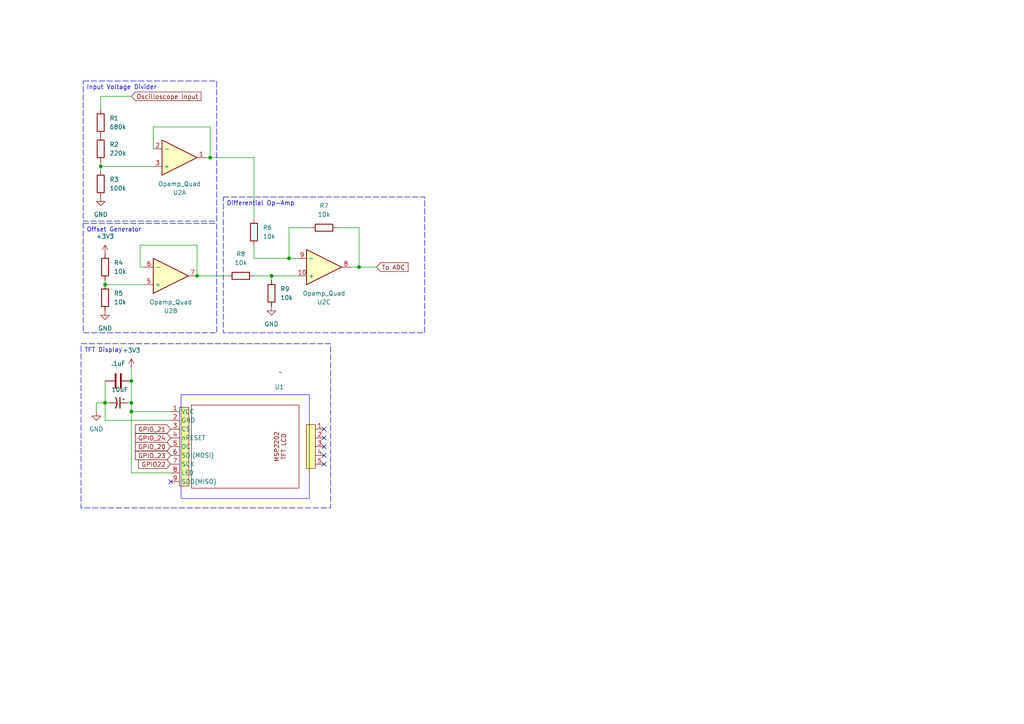
<source format=kicad_sch>
(kicad_sch (version 20250114) (generator "eeschema") (generator_version "9.0")
  (paper "A4")
  (lib_symbols
    (symbol "Device:C" (pin_numbers (hide yes)) (pin_names (offset 0.254))
      (property "Reference" "C" (at 0.635 2.54 0))
      (property "Value" "C" (at 0.635 -2.54 0))
      (symbol "C_0_1"
        (polyline (pts (xy -2.032 0.762) (xy 2.032 0.762)) (stroke (width 0.508)))
        (polyline (pts (xy -2.032 -0.762) (xy 2.032 -0.762)) (stroke (width 0.508)))
      )
      (symbol "C_1_1"
        (pin passive line (at 0 3.81 270) (length 2.794) (name "~") (number "1"))
        (pin passive line (at 0 -3.81 90) (length 2.794) (name "~") (number "2"))
      )
    )
    (symbol "Device:C_Polarized_Small_US" (pin_numbers (hide yes)) (pin_names (offset 0.254) (hide yes))
      (property "Reference" "C" (at 0.254 1.778 0))
      (property "Value" "C_Polarized_Small_US" (at 0.254 -2.032 0))
      (symbol "C_Polarized_Small_US_0_1"
        (polyline (pts (xy -1.524 0.508) (xy 1.524 0.508)) (stroke (width 0.3048)))
        (polyline (pts (xy -1.27 1.524) (xy -0.762 1.524)))
        (polyline (pts (xy -1.016 1.27) (xy -1.016 1.778)))
        (arc (start -1.524 -0.762) (mid 0 -0.3734) (end 1.524 -0.762) (stroke (width 0.3048)))
      )
      (symbol "C_Polarized_Small_US_1_1"
        (pin passive line (at 0 2.54 270) (length 2.032) (name "~") (number "1"))
        (pin passive line (at 0 -2.54 90) (length 2.032) (name "~") (number "2"))
      )
    )
    (symbol "Device:Opamp_Quad"
      (property "Reference" "U" (at 0 5.08 0))
      (property "Value" "Opamp_Quad" (at 0 -5.08 0))
      (symbol "Opamp_Quad_1_1"
        (polyline (pts (xy -5.08 5.08) (xy 5.08 0) (xy -5.08 -5.08) (xy -5.08 5.08)) (stroke (width 0.254)) (fill (type background)))
        (pin input line (at -7.62 2.54 0) (length 2.54) (name "+") (number "3"))
        (pin input line (at -7.62 -2.54 0) (length 2.54) (name "-") (number "2"))
        (pin output line (at 7.62 0 180) (length 2.54) (name "~") (number "1"))
      )
      (symbol "Opamp_Quad_2_1"
        (polyline (pts (xy -5.08 5.08) (xy 5.08 0) (xy -5.08 -5.08) (xy -5.08 5.08)) (stroke (width 0.254)) (fill (type background)))
        (pin input line (at -7.62 2.54 0) (length 2.54) (name "+") (number "5"))
        (pin input line (at -7.62 -2.54 0) (length 2.54) (name "-") (number "6"))
        (pin output line (at 7.62 0 180) (length 2.54) (name "~") (number "7"))
      )
      (symbol "Opamp_Quad_3_1"
        (polyline (pts (xy -5.08 5.08) (xy 5.08 0) (xy -5.08 -5.08) (xy -5.08 5.08)) (stroke (width 0.254)) (fill (type background)))
        (pin input line (at -7.62 2.54 0) (length 2.54) (name "+") (number "10"))
        (pin input line (at -7.62 -2.54 0) (length 2.54) (name "-") (number "9"))
        (pin output line (at 7.62 0 180) (length 2.54) (name "~") (number "8"))
      )
      (symbol "Opamp_Quad_4_1"
        (polyline (pts (xy -5.08 5.08) (xy 5.08 0) (xy -5.08 -5.08) (xy -5.08 5.08)) (stroke (width 0.254)) (fill (type background)))
        (pin input line (at -7.62 2.54 0) (length 2.54) (name "+") (number "12"))
        (pin input line (at -7.62 -2.54 0) (length 2.54) (name "-") (number "13"))
        (pin output line (at 7.62 0 180) (length 2.54) (name "~") (number "14"))
      )
      (symbol "Opamp_Quad_5_1"
        (pin power_in line (at -2.54 7.62 270) (length 3.81) (name "V+") (number "4"))
        (pin power_in line (at -2.54 -7.62 90) (length 3.81) (name "V-") (number "11"))
      )
    )
    (symbol "Device:R" (pin_numbers (hide yes)) (pin_names (offset 0))
      (property "Reference" "R" (at 2.032 0 90))
      (property "Value" "R" (at 0 0 90))
      (symbol "R_0_1"
        (rectangle (start -1.016 -2.54) (end 1.016 2.54) (stroke (width 0.254)))
      )
      (symbol "R_1_1"
        (pin passive line (at 0 3.81 270) (length 1.27) (name "~") (number "1"))
        (pin passive line (at 0 -3.81 90) (length 1.27) (name "~") (number "2"))
      )
    )
    (symbol "MSP2202_TFT:MSP2202_TFT_LCD"
      (property "Reference" "U1" (at 9.906 17.272 0))
      (property "Value" "~" (at 10.16 21.59 0))
      (symbol "MSP2202_TFT_LCD_1_1"
        (rectangle (start -19.05 11.43) (end -16.33 -11.43) (fill (type color) (color 252 255 175 1)))
        (rectangle (start -18.6 15.05) (end 18.6 -15.05) (stroke (width 0) (color 32 21 255 1)))
        (rectangle (start -15.6 12.05) (end 15.6 -12.05))
        (rectangle (start 17.7225 6.35) (end 20.3199 -6.35) (fill (type color) (color 252 255 175 1)))
        (text "MSP2202\nTFT LCD" (at 10.16 0 900) (effects (font (size 1.27 1.27))))
        (pin input line (at -21.59 10.16 0) (length 2.54) (name "VCC") (number "1"))
        (pin input line (at -21.59 7.62 0) (length 2.54) (name "GND") (number "2"))
        (pin input line (at -21.59 5.08 0) (length 2.54) (name "CS") (number "3"))
        (pin input line (at -21.59 2.54 0) (length 2.54) (name "nRESET") (number "4"))
        (pin input line (at -21.59 0 0) (length 2.54) (name "DC") (number "5"))
        (pin input line (at -21.59 -2.54 0) (length 2.54) (name "SDI(MOSI)") (number "6"))
        (pin input line (at -21.59 -5.08 0) (length 2.54) (name "SCK") (number "7"))
        (pin input line (at -21.59 -7.62 0) (length 2.54) (name "LED") (number "8"))
        (pin input line (at -21.59 -10.16 0) (length 2.54) (name "SDO(MISO)") (number "9"))
        (pin input line (at 22.86 5.08 180) (length 2.54) (name "") (number "1"))
        (pin input line (at 22.86 2.54 180) (length 2.54) (name "") (number "2"))
        (pin input line (at 22.86 0 180) (length 2.54) (name "") (number "3"))
        (pin input line (at 22.86 -2.54 180) (length 2.54) (name "") (number "4"))
        (pin input line (at 22.86 -5.08 180) (length 2.54) (name "") (number "5"))
      )
    )
    (symbol "power:+3V3" (power) (pin_names (offset 0))
      (property "Value" "+3V3" (at 0 3.556 0))
      (symbol "+3V3_0_1"
        (polyline (pts (xy -0.762 1.27) (xy 0 2.54)))
        (polyline (pts (xy 0 2.54) (xy 0.762 1.27)))
        (polyline (pts (xy 0 0) (xy 0 2.54)))
      )
      (symbol "+3V3_1_1"
        (pin power_in line (at 0 0 90) (length 0) (hide yes) (name "+3V3") (number "1"))
      )
    )
    (symbol "power:GND" (power) (pin_names (offset 0))
      (property "Value" "GND" (at 0 -3.81 0))
      (symbol "GND_0_1"
        (polyline (pts (xy 0 0) (xy 0 -1.27) (xy 1.27 -1.27) (xy 0 -2.54) (xy -1.27 -1.27) (xy 0 -1.27)))
      )
      (symbol "GND_1_1"
        (pin power_in line (at 0 0 270) (length 0) (hide yes) (name "GND") (number "1"))
      )
    )
  )
  (text_box "Differential Op-Amp" (at 64.77 57.15 0) (size 58.42 39.37) (margins 0.9525 0.9525 0.9525 0.9525) (stroke (width 0) (type dash)) (effects (font (size 1.27 1.27)) (justify left top)))
  (text_box "Input Voltage Divider" (at 24.13 23.495 0) (size 38.735 40.64) (margins 0.9525 0.9525 0.9525 0.9525) (stroke (width 0) (type dash)) (effects (font (size 1.27 1.27)) (justify left top)))
  (text_box "Offset Generator" (at 24.13 64.77 0) (size 38.735 31.75) (margins 0.9525 0.9525 0.9525 0.9525) (stroke (width 0) (type dash)) (effects (font (size 1.27 1.27)) (justify left top)))
  (text_box "TFT Display" (at 23.495 99.695 0) (size 72.39 47.625) (margins 0.9525 0.9525 0.9525 0.9525) (stroke (width 0) (type dash)) (effects (font (size 1.27 1.27)) (justify left top)))
  (junction (at 83.82 74.93))
  (junction (at 38.1 110.49))
  (junction (at 57.15 80.01))
  (junction (at 38.1 119.38))
  (junction (at 60.96 45.72))
  (junction (at 29.21 48.26))
  (junction (at 38.1 116.84))
  (junction (at 78.74 80.01))
  (junction (at 104.14 77.47))
  (junction (at 30.48 116.84))
  (junction (at 30.48 82.55))
  (no_connect (at 93.98 127))
  (no_connect (at 49.53 139.7))
  (no_connect (at 93.98 132.08))
  (no_connect (at 93.98 129.54))
  (no_connect (at 93.98 124.46))
  (no_connect (at 93.98 134.62))
  (wire (pts (xy 38.1 110.49) (xy 38.1 116.84)))
  (wire (pts (xy 83.82 74.93) (xy 83.82 66.04)))
  (wire (pts (xy 38.1 116.84) (xy 38.1 119.38)))
  (wire (pts (xy 29.21 48.26) (xy 44.45 48.26)))
  (wire (pts (xy 30.48 82.55) (xy 41.91 82.55)))
  (wire (pts (xy 30.48 110.49) (xy 30.48 116.84)))
  (wire (pts (xy 60.96 45.72) (xy 73.66 45.72)))
  (wire (pts (xy 97.79 66.04) (xy 104.14 66.04)))
  (wire (pts (xy 29.21 31.75) (xy 29.21 27.94)))
  (wire (pts (xy 104.14 77.47) (xy 101.6 77.47)))
  (wire (pts (xy 60.96 36.83) (xy 44.45 36.83)))
  (wire (pts (xy 73.66 80.01) (xy 78.74 80.01)))
  (wire (pts (xy 38.1 137.16) (xy 38.1 119.38)))
  (wire (pts (xy 104.14 77.47) (xy 109.22 77.47)))
  (wire (pts (xy 73.66 71.12) (xy 73.66 74.93)))
  (wire (pts (xy 73.66 63.5) (xy 73.66 45.72)))
  (wire (pts (xy 78.74 80.01) (xy 86.36 80.01)))
  (wire (pts (xy 29.21 27.94) (xy 38.1 27.94)))
  (wire (pts (xy 44.45 36.83) (xy 44.45 43.18)))
  (wire (pts (xy 27.94 116.84) (xy 27.94 119.38)))
  (wire (pts (xy 38.1 110.49) (xy 38.1 106.68)))
  (wire (pts (xy 78.74 81.28) (xy 78.74 80.01)))
  (wire (pts (xy 59.69 45.72) (xy 60.96 45.72)))
  (wire (pts (xy 60.96 45.72) (xy 60.96 36.83)))
  (wire (pts (xy 30.48 121.92) (xy 49.53 121.92)))
  (wire (pts (xy 104.14 66.04) (xy 104.14 77.47)))
  (wire (pts (xy 40.64 77.47) (xy 40.64 71.12)))
  (wire (pts (xy 30.48 116.84) (xy 30.48 121.92)))
  (wire (pts (xy 83.82 66.04) (xy 90.17 66.04)))
  (wire (pts (xy 29.21 48.26) (xy 29.21 49.53)))
  (wire (pts (xy 73.66 74.93) (xy 83.82 74.93)))
  (wire (pts (xy 40.64 77.47) (xy 41.91 77.47)))
  (wire (pts (xy 83.82 74.93) (xy 86.36 74.93)))
  (wire (pts (xy 57.15 80.01) (xy 66.04 80.01)))
  (wire (pts (xy 30.48 82.55) (xy 30.48 81.28)))
  (wire (pts (xy 27.94 116.84) (xy 30.48 116.84)))
  (wire (pts (xy 49.53 137.16) (xy 38.1 137.16)))
  (wire (pts (xy 49.53 119.38) (xy 38.1 119.38)))
  (wire (pts (xy 40.64 71.12) (xy 57.15 71.12)))
  (wire (pts (xy 30.48 116.84) (xy 31.75 116.84)))
  (wire (pts (xy 36.83 116.84) (xy 38.1 116.84)))
  (wire (pts (xy 29.21 46.99) (xy 29.21 48.26)))
  (wire (pts (xy 57.15 71.12) (xy 57.15 80.01)))
  (global_label "GPIO_20" (shape input) (at 49.53 129.54 180) (property "Intersheetrefs" "${INTERSHEET_REFS}" (effects (hide yes))))
  (global_label "Oscilloscope Input" (shape input) (at 38.1 27.94 0) (property "Intersheetrefs" "${INTERSHEET_REFS}" (effects (hide yes))))
  (global_label "GPIO_23" (shape input) (at 49.53 132.08 180) (property "Intersheetrefs" "${INTERSHEET_REFS}" (effects (hide yes))))
  (global_label "To ADC" (shape input) (at 109.22 77.47 0) (property "Intersheetrefs" "${INTERSHEET_REFS}" (effects (hide yes))))
  (global_label "GPIO_24" (shape input) (at 49.53 127 180) (property "Intersheetrefs" "${INTERSHEET_REFS}" (effects (hide yes))))
  (global_label "GPIO_21" (shape input) (at 49.53 124.46 180) (property "Intersheetrefs" "${INTERSHEET_REFS}" (effects (hide yes))))
  (global_label "GPIO22" (shape input) (at 49.53 134.62 180) (property "Intersheetrefs" "${INTERSHEET_REFS}" (effects (hide yes))))
  (symbol (lib_id "Device:R") (at 29.21 53.34 0) (unit 1)
    (property "Reference" "R3" (at 31.75 52.07 0) (effects (justify left)))
    (property "Value" "100k" (at 31.75 54.61 0) (effects (justify left)))
  )
  (symbol (lib_id "Device:R") (at 30.48 86.36 0) (unit 1)
    (property "Reference" "R5" (at 33.02 85.09 0) (effects (justify left)))
    (property "Value" "10k" (at 33.02 87.63 0) (effects (justify left)))
  )
  (symbol (lib_id "Device:R") (at 29.21 43.18 0) (unit 1)
    (property "Reference" "R2" (at 31.75 41.91 0) (effects (justify left)))
    (property "Value" "220k" (at 31.75 44.45 0) (effects (justify left)))
  )
  (symbol (lib_id "Device:R") (at 78.74 85.09 0) (unit 1)
    (property "Reference" "R9" (at 81.28 83.82 0) (effects (justify left)))
    (property "Value" "10k" (at 81.28 86.36 0) (effects (justify left)))
  )
  (symbol (lib_id "Device:R") (at 30.48 77.47 0) (unit 1)
    (property "Reference" "R4" (at 33.02 76.2 0) (effects (justify left)))
    (property "Value" "10k" (at 33.02 78.74 0) (effects (justify left)))
  )
  (symbol (lib_id "Device:Opamp_Quad") (at 52.07 45.72 0) (mirror x) (unit 1)
    (property "Reference" "U2" (at 52.07 55.88 0))
    (property "Value" "Opamp_Quad" (at 52.07 53.34 0))
    (property "Sim.Library" "${KICAD7_SYMBOL_DIR}/Simulation_SPICE.sp" (effects (hide yes)))
    (property "Sim.Name" "kicad_builtin_opamp_quad" (effects (hide yes)))
    (property "Sim.Device" "SUBCKT" (effects (hide yes)))
    (property "Sim.Pins" "1=out1 2=in1- 3=in1+ 4=vcc 5=in2+ 6=in2- 7=out2 8=out3 9=in3- 10=in3+ 11=vee 12=in4+ 13=in4- 14=out4" (effects (hide yes)))
  )
  (symbol (lib_id "Device:Opamp_Quad") (at 93.98 77.47 0) (mirror x) (unit 3)
    (property "Reference" "U2" (at 93.98 87.63 0))
    (property "Value" "Opamp_Quad" (at 93.98 85.09 0))
    (property "Sim.Library" "${KICAD7_SYMBOL_DIR}/Simulation_SPICE.sp" (effects (hide yes)))
    (property "Sim.Name" "kicad_builtin_opamp_quad" (effects (hide yes)))
    (property "Sim.Device" "SUBCKT" (effects (hide yes)))
    (property "Sim.Pins" "1=out1 2=in1- 3=in1+ 4=vcc 5=in2+ 6=in2- 7=out2 8=out3 9=in3- 10=in3+ 11=vee 12=in4+ 13=in4- 14=out4" (effects (hide yes)))
  )
  (symbol (lib_id "Device:C_Polarized_Small_US") (at 34.29 116.84 270) (unit 1)
    (property "Reference" "C2" (effects (hide yes)))
    (property "Value" "10uF" (at 34.7218 113.03 90))
    (property "Description" "Polarized capacitor, small US symbol" (effects (hide yes)))
  )
  (symbol (lib_id "Device:R") (at 93.98 66.04 90) (unit 1)
    (property "Reference" "R7" (at 93.98 59.69 90))
    (property "Value" "10k" (at 93.98 62.23 90))
  )
  (symbol (lib_id "power:GND") (at 29.21 57.15 0) (unit 1)
    (property "Reference" "#PWR07" (effects (hide yes)))
    (property "Value" "GND" (at 29.21 62.23 0))
  )
  (symbol (lib_id "Device:C") (at 34.29 110.49 270) (unit 1)
    (property "Reference" "C1" (effects (hide yes)))
    (property "Value" ".1uF" (at 34.29 105.41 90))
    (property "Description" "Unpolarized capacitor" (effects (hide yes)))
  )
  (symbol (lib_id "power:GND") (at 30.48 90.17 0) (unit 1)
    (property "Reference" "#PWR09" (effects (hide yes)))
    (property "Value" "GND" (at 30.48 95.25 0))
  )
  (symbol (lib_id "Device:R") (at 69.85 80.01 270) (unit 1)
    (property "Reference" "R8" (at 69.85 73.66 90))
    (property "Value" "10k" (at 69.85 76.2 90))
  )
  (symbol (lib_id "power:+3V3") (at 30.48 73.66 0) (unit 1)
    (property "Reference" "#PWR08" (effects (hide yes)))
    (property "Value" "+3V3" (at 30.48 68.58 0))
  )
  (symbol (lib_id "Device:R") (at 73.66 67.31 0) (unit 1)
    (property "Reference" "R6" (at 76.2 66.04 0) (effects (justify left)))
    (property "Value" "10k" (at 76.2 68.58 0) (effects (justify left)))
  )
  (symbol (lib_id "power:GND") (at 78.74 88.9 0) (unit 1)
    (property "Reference" "#PWR010" (effects (hide yes)))
    (property "Value" "GND" (at 78.74 93.98 0))
  )
  (symbol (lib_id "power:GND") (at 27.94 119.38 0) (unit 1)
    (property "Reference" "#PWR02" (effects (hide yes)))
    (property "Value" "GND" (at 27.94 124.46 0))
    (property "Description" "Power symbol creates a global label with name \"GND\" , ground" (effects (hide yes)))
  )
  (symbol (lib_id "Device:R") (at 29.21 35.56 0) (unit 1)
    (property "Reference" "R1" (at 31.75 34.29 0) (effects (justify left)))
    (property "Value" "680k" (at 31.75 36.83 0) (effects (justify left)))
  )
  (symbol (lib_id "Device:Opamp_Quad") (at 49.53 80.01 0) (mirror x) (unit 2)
    (property "Reference" "U2" (at 49.53 90.17 0))
    (property "Value" "Opamp_Quad" (at 49.53 87.63 0))
    (property "Sim.Library" "${KICAD7_SYMBOL_DIR}/Simulation_SPICE.sp" (effects (hide yes)))
    (property "Sim.Name" "kicad_builtin_opamp_quad" (effects (hide yes)))
    (property "Sim.Device" "SUBCKT" (effects (hide yes)))
    (property "Sim.Pins" "1=out1 2=in1- 3=in1+ 4=vcc 5=in2+ 6=in2- 7=out2 8=out3 9=in3- 10=in3+ 11=vee 12=in4+ 13=in4- 14=out4" (effects (hide yes)))
  )
  (symbol (lib_id "power:+3V3") (at 38.1 106.68 0) (unit 1)
    (property "Reference" "#PWR01" (effects (hide yes)))
    (property "Value" "+3V3" (at 38.1 101.6 0))
    (property "Description" "Power symbol creates a global label with name \"+3V3\"" (effects (hide yes)))
  )
  (symbol (lib_id "MSP2202_TFT:MSP2202_TFT_LCD") (at 71.12 129.54 0) (unit 1)
    (property "Reference" "U1" (at 81.026 112.268 0))
    (property "Value" "~" (at 81.28 107.95 0))
  )
)
</source>
